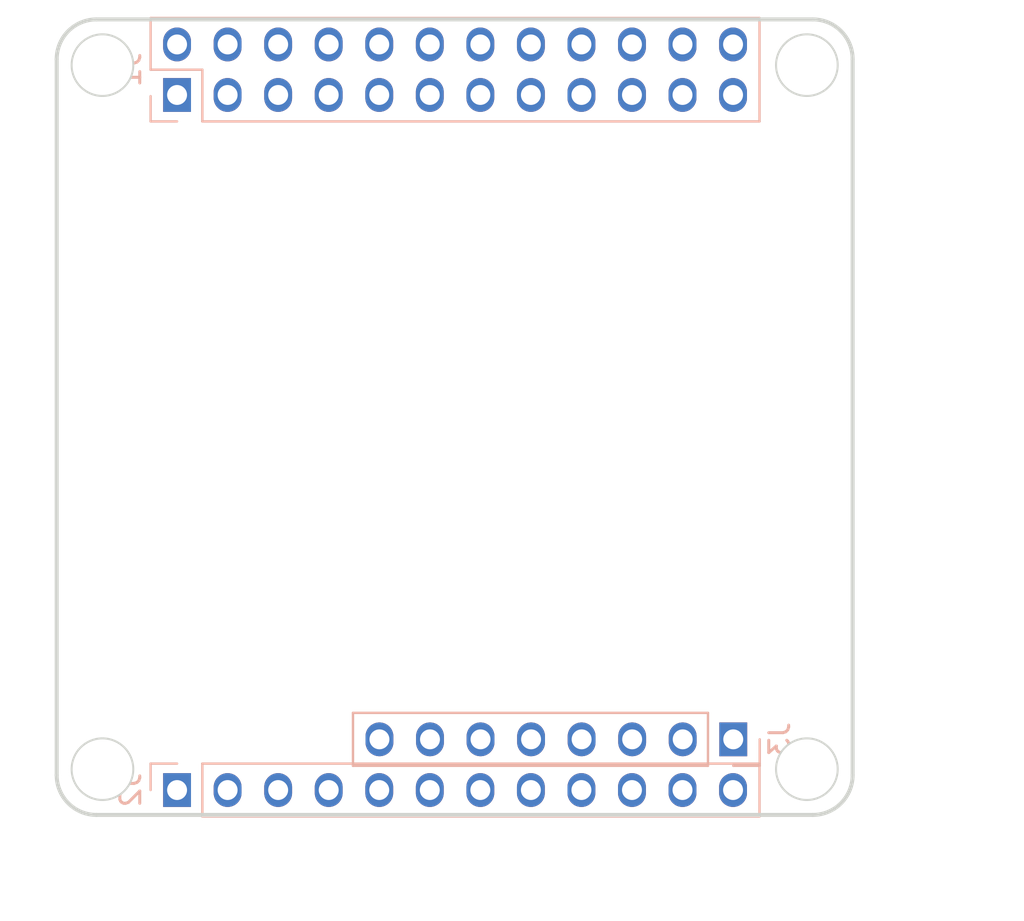
<source format=kicad_pcb>
(kicad_pcb (version 20171130) (host pcbnew "(5.0.2)-1")

  (general
    (thickness 1.6)
    (drawings 14)
    (tracks 0)
    (zones 0)
    (modules 7)
    (nets 36)
  )

  (page A4)
  (layers
    (0 F.Cu signal)
    (31 B.Cu signal)
    (32 B.Adhes user)
    (33 F.Adhes user)
    (34 B.Paste user)
    (35 F.Paste user)
    (36 B.SilkS user)
    (37 F.SilkS user)
    (38 B.Mask user)
    (39 F.Mask user)
    (40 Dwgs.User user)
    (41 Cmts.User user)
    (42 Eco1.User user)
    (43 Eco2.User user)
    (44 Edge.Cuts user)
    (45 Margin user)
    (46 B.CrtYd user)
    (47 F.CrtYd user)
    (48 B.Fab user)
    (49 F.Fab user)
  )

  (setup
    (last_trace_width 0.25)
    (trace_clearance 0.2)
    (zone_clearance 0.508)
    (zone_45_only no)
    (trace_min 0.2)
    (segment_width 0.2)
    (edge_width 0.15)
    (via_size 0.8)
    (via_drill 0.4)
    (via_min_size 0.4)
    (via_min_drill 0.3)
    (uvia_size 0.3)
    (uvia_drill 0.1)
    (uvias_allowed no)
    (uvia_min_size 0.2)
    (uvia_min_drill 0.1)
    (pcb_text_width 0.3)
    (pcb_text_size 1.5 1.5)
    (mod_edge_width 0.15)
    (mod_text_size 1 1)
    (mod_text_width 0.15)
    (pad_size 1.7 1.4)
    (pad_drill 1)
    (pad_to_mask_clearance 0.051)
    (solder_mask_min_width 0.25)
    (aux_axis_origin 124 119)
    (grid_origin 124 119)
    (visible_elements 7FFFFFFF)
    (pcbplotparams
      (layerselection 0x010fc_ffffffff)
      (usegerberextensions false)
      (usegerberattributes false)
      (usegerberadvancedattributes false)
      (creategerberjobfile false)
      (excludeedgelayer true)
      (linewidth 0.100000)
      (plotframeref false)
      (viasonmask false)
      (mode 1)
      (useauxorigin false)
      (hpglpennumber 1)
      (hpglpenspeed 20)
      (hpglpendiameter 15.000000)
      (psnegative false)
      (psa4output false)
      (plotreference true)
      (plotvalue true)
      (plotinvisibletext false)
      (padsonsilk false)
      (subtractmaskfromsilk false)
      (outputformat 1)
      (mirror false)
      (drillshape 1)
      (scaleselection 1)
      (outputdirectory ""))
  )

  (net 0 "")
  (net 1 /CS0)
  (net 2 /CLK0)
  (net 3 /RX2)
  (net 4 /MISO0)
  (net 5 GND)
  (net 6 /MOSI0)
  (net 7 /CTS1)
  (net 8 +3V3)
  (net 9 /RTS1)
  (net 10 /CTS2)
  (net 11 /RTS2)
  (net 12 /PA6)
  (net 13 /TX2)
  (net 14 /RX1)
  (net 15 /TX1)
  (net 16 /PG11)
  (net 17 /SCL)
  (net 18 +5V)
  (net 19 /SDA)
  (net 20 /I2S_DIN)
  (net 21 /I2S_DOUT)
  (net 22 /I2S_BCK)
  (net 23 /I2S_LRCK)
  (net 24 /PA17-SPDIF)
  (net 25 /PL11-IR)
  (net 26 /D2-)
  (net 27 /D2+)
  (net 28 /D1-)
  (net 29 /D1+)
  (net 30 /MP)
  (net 31 /MN)
  (net 32 /LR)
  (net 33 /LL)
  (net 34 /RX0)
  (net 35 /TX0)

  (net_class Default "This is the default net class."
    (clearance 0.2)
    (trace_width 0.25)
    (via_dia 0.8)
    (via_drill 0.4)
    (uvia_dia 0.3)
    (uvia_drill 0.1)
    (add_net +3V3)
    (add_net +5V)
    (add_net /CLK0)
    (add_net /CS0)
    (add_net /CTS1)
    (add_net /CTS2)
    (add_net /D1+)
    (add_net /D1-)
    (add_net /D2+)
    (add_net /D2-)
    (add_net /I2S_BCK)
    (add_net /I2S_DIN)
    (add_net /I2S_DOUT)
    (add_net /I2S_LRCK)
    (add_net /LL)
    (add_net /LR)
    (add_net /MISO0)
    (add_net /MN)
    (add_net /MOSI0)
    (add_net /MP)
    (add_net /PA17-SPDIF)
    (add_net /PA6)
    (add_net /PG11)
    (add_net /PL11-IR)
    (add_net /RTS1)
    (add_net /RTS2)
    (add_net /RX0)
    (add_net /RX1)
    (add_net /RX2)
    (add_net /SCL)
    (add_net /SDA)
    (add_net /TX0)
    (add_net /TX1)
    (add_net /TX2)
    (add_net GND)
  )

  (module Socket_Strips:Socket_Strip_Straight_2x12_Pitch2.54mm (layer B.Cu) (tedit 5C639E83) (tstamp 5C651991)
    (at 130.05 82.8 270)
    (descr "Through hole straight socket strip, 2x12, 2.54mm pitch, double rows")
    (tags "Through hole socket strip THT 2x12 2.54mm double row")
    (path /5C639A40)
    (fp_text reference J1 (at -1.27 2.33 270) (layer B.SilkS)
      (effects (font (size 1 1) (thickness 0.15)) (justify mirror))
    )
    (fp_text value GPIO (at -1.27 -30.27 270) (layer B.Fab)
      (effects (font (size 1 1) (thickness 0.15)) (justify mirror))
    )
    (fp_text user %R (at -1.27 2.33 270) (layer B.Fab)
      (effects (font (size 1 1) (thickness 0.15)) (justify mirror))
    )
    (fp_line (start 1.8 1.8) (end -4.35 1.8) (layer B.CrtYd) (width 0.05))
    (fp_line (start 1.8 -29.75) (end 1.8 1.8) (layer B.CrtYd) (width 0.05))
    (fp_line (start -4.35 -29.75) (end 1.8 -29.75) (layer B.CrtYd) (width 0.05))
    (fp_line (start -4.35 1.8) (end -4.35 -29.75) (layer B.CrtYd) (width 0.05))
    (fp_line (start 1.33 1.33) (end 0.06 1.33) (layer B.SilkS) (width 0.12))
    (fp_line (start 1.33 0) (end 1.33 1.33) (layer B.SilkS) (width 0.12))
    (fp_line (start -1.27 -1.27) (end 1.33 -1.27) (layer B.SilkS) (width 0.12))
    (fp_line (start -1.27 1.33) (end -1.27 -1.27) (layer B.SilkS) (width 0.12))
    (fp_line (start -3.87 1.33) (end -1.27 1.33) (layer B.SilkS) (width 0.12))
    (fp_line (start -3.87 -29.27) (end -3.87 1.33) (layer B.SilkS) (width 0.12))
    (fp_line (start 1.33 -29.27) (end -3.87 -29.27) (layer B.SilkS) (width 0.12))
    (fp_line (start 1.33 -1.27) (end 1.33 -29.27) (layer B.SilkS) (width 0.12))
    (fp_line (start 1.27 1.27) (end -3.81 1.27) (layer B.Fab) (width 0.1))
    (fp_line (start 1.27 -29.21) (end 1.27 1.27) (layer B.Fab) (width 0.1))
    (fp_line (start -3.81 -29.21) (end 1.27 -29.21) (layer B.Fab) (width 0.1))
    (fp_line (start -3.81 1.27) (end -3.81 -29.21) (layer B.Fab) (width 0.1))
    (pad 24 thru_hole oval (at -2.54 -27.94 270) (size 1.7 1.4) (drill 1) (layers *.Cu *.Mask)
      (net 1 /CS0))
    (pad 23 thru_hole oval (at 0 -27.94 270) (size 1.7 1.4) (drill 1) (layers *.Cu *.Mask)
      (net 2 /CLK0))
    (pad 22 thru_hole oval (at -2.54 -25.4 270) (size 1.7 1.4) (drill 1) (layers *.Cu *.Mask)
      (net 3 /RX2))
    (pad 21 thru_hole oval (at 0 -25.4 270) (size 1.7 1.4) (drill 1) (layers *.Cu *.Mask)
      (net 4 /MISO0))
    (pad 20 thru_hole oval (at -2.54 -22.86 270) (size 1.7 1.4) (drill 1) (layers *.Cu *.Mask)
      (net 5 GND))
    (pad 19 thru_hole oval (at 0 -22.86 270) (size 1.7 1.4) (drill 1) (layers *.Cu *.Mask)
      (net 6 /MOSI0))
    (pad 18 thru_hole oval (at -2.54 -20.32 270) (size 1.7 1.4) (drill 1) (layers *.Cu *.Mask)
      (net 7 /CTS1))
    (pad 17 thru_hole oval (at 0 -20.32 270) (size 1.7 1.4) (drill 1) (layers *.Cu *.Mask)
      (net 8 +3V3))
    (pad 16 thru_hole oval (at -2.54 -17.78 270) (size 1.7 1.4) (drill 1) (layers *.Cu *.Mask)
      (net 9 /RTS1))
    (pad 15 thru_hole oval (at 0 -17.78 270) (size 1.7 1.4) (drill 1) (layers *.Cu *.Mask)
      (net 10 /CTS2))
    (pad 14 thru_hole oval (at -2.54 -15.24 270) (size 1.7 1.4) (drill 1) (layers *.Cu *.Mask)
      (net 5 GND))
    (pad 13 thru_hole oval (at 0 -15.24 270) (size 1.7 1.4) (drill 1) (layers *.Cu *.Mask)
      (net 11 /RTS2))
    (pad 12 thru_hole oval (at -2.54 -12.7 270) (size 1.7 1.4) (drill 1) (layers *.Cu *.Mask)
      (net 12 /PA6))
    (pad 11 thru_hole oval (at 0 -12.7 270) (size 1.7 1.4) (drill 1) (layers *.Cu *.Mask)
      (net 13 /TX2))
    (pad 10 thru_hole oval (at -2.54 -10.16 270) (size 1.7 1.4) (drill 1) (layers *.Cu *.Mask)
      (net 14 /RX1))
    (pad 9 thru_hole oval (at 0 -10.16 270) (size 1.7 1.4) (drill 1) (layers *.Cu *.Mask)
      (net 5 GND))
    (pad 8 thru_hole oval (at -2.54 -7.62 270) (size 1.7 1.4) (drill 1) (layers *.Cu *.Mask)
      (net 15 /TX1))
    (pad 7 thru_hole oval (at 0 -7.62 270) (size 1.7 1.4) (drill 1) (layers *.Cu *.Mask)
      (net 16 /PG11))
    (pad 6 thru_hole oval (at -2.54 -5.08 270) (size 1.7 1.4) (drill 1) (layers *.Cu *.Mask)
      (net 5 GND))
    (pad 5 thru_hole oval (at 0 -5.08 270) (size 1.7 1.4) (drill 1) (layers *.Cu *.Mask)
      (net 17 /SCL))
    (pad 4 thru_hole oval (at -2.54 -2.54 270) (size 1.7 1.4) (drill 1) (layers *.Cu *.Mask)
      (net 18 +5V))
    (pad 3 thru_hole oval (at 0 -2.54 270) (size 1.7 1.4) (drill 1) (layers *.Cu *.Mask)
      (net 19 /SDA))
    (pad 2 thru_hole oval (at -2.54 0 270) (size 1.7 1.4) (drill 1) (layers *.Cu *.Mask)
      (net 18 +5V))
    (pad 1 thru_hole rect (at 0 0 270) (size 1.7 1.4) (drill 1) (layers *.Cu *.Mask)
      (net 8 +3V3))
    (model ${KISYS3DMOD}/Socket_Strips.3dshapes/Socket_Strip_Straight_2x12_Pitch2.54mm.wrl
      (offset (xyz -1.269999980926514 -13.96999979019165 0))
      (scale (xyz 1 1 1))
      (rotate (xyz 0 0 270))
    )
  )

  (module Socket_Strips:Socket_Strip_Straight_1x12_Pitch2.54mm (layer B.Cu) (tedit 5C639E74) (tstamp 5C6552E6)
    (at 130.05 117.75 270)
    (descr "Through hole straight socket strip, 1x12, 2.54mm pitch, single row")
    (tags "Through hole socket strip THT 1x12 2.54mm single row")
    (path /5C639ADD)
    (fp_text reference J2 (at 0 2.33 270) (layer B.SilkS)
      (effects (font (size 1 1) (thickness 0.15)) (justify mirror))
    )
    (fp_text value USB-Audio-IR (at -4.9 -24.45) (layer B.Fab)
      (effects (font (size 1 1) (thickness 0.15)) (justify mirror))
    )
    (fp_text user %R (at 0 2.33 270) (layer B.Fab)
      (effects (font (size 1 1) (thickness 0.15)) (justify mirror))
    )
    (fp_line (start 1.8 1.8) (end -1.8 1.8) (layer B.CrtYd) (width 0.05))
    (fp_line (start 1.8 -29.75) (end 1.8 1.8) (layer B.CrtYd) (width 0.05))
    (fp_line (start -1.8 -29.75) (end 1.8 -29.75) (layer B.CrtYd) (width 0.05))
    (fp_line (start -1.8 1.8) (end -1.8 -29.75) (layer B.CrtYd) (width 0.05))
    (fp_line (start -1.33 1.33) (end 0 1.33) (layer B.SilkS) (width 0.12))
    (fp_line (start -1.33 0) (end -1.33 1.33) (layer B.SilkS) (width 0.12))
    (fp_line (start 1.33 -1.27) (end -1.33 -1.27) (layer B.SilkS) (width 0.12))
    (fp_line (start 1.33 -29.27) (end 1.33 -1.27) (layer B.SilkS) (width 0.12))
    (fp_line (start -1.33 -29.27) (end 1.33 -29.27) (layer B.SilkS) (width 0.12))
    (fp_line (start -1.33 -1.27) (end -1.33 -29.27) (layer B.SilkS) (width 0.12))
    (fp_line (start 1.27 1.27) (end -1.27 1.27) (layer B.Fab) (width 0.1))
    (fp_line (start 1.27 -29.21) (end 1.27 1.27) (layer B.Fab) (width 0.1))
    (fp_line (start -1.27 -29.21) (end 1.27 -29.21) (layer B.Fab) (width 0.1))
    (fp_line (start -1.27 1.27) (end -1.27 -29.21) (layer B.Fab) (width 0.1))
    (pad 12 thru_hole oval (at 0 -27.94 270) (size 1.7 1.4) (drill 1) (layers *.Cu *.Mask)
      (net 5 GND))
    (pad 11 thru_hole oval (at 0 -25.4 270) (size 1.7 1.4) (drill 1) (layers *.Cu *.Mask)
      (net 20 /I2S_DIN))
    (pad 10 thru_hole oval (at 0 -22.86 270) (size 1.7 1.4) (drill 1) (layers *.Cu *.Mask)
      (net 21 /I2S_DOUT))
    (pad 9 thru_hole oval (at 0 -20.32 270) (size 1.7 1.4) (drill 1) (layers *.Cu *.Mask)
      (net 22 /I2S_BCK))
    (pad 8 thru_hole oval (at 0 -17.78 270) (size 1.7 1.4) (drill 1) (layers *.Cu *.Mask)
      (net 23 /I2S_LRCK))
    (pad 7 thru_hole oval (at 0 -15.24 270) (size 1.7 1.4) (drill 1) (layers *.Cu *.Mask)
      (net 24 /PA17-SPDIF))
    (pad 6 thru_hole oval (at 0 -12.7 270) (size 1.7 1.4) (drill 1) (layers *.Cu *.Mask)
      (net 25 /PL11-IR))
    (pad 5 thru_hole oval (at 0 -10.16 270) (size 1.7 1.4) (drill 1) (layers *.Cu *.Mask)
      (net 26 /D2-))
    (pad 4 thru_hole oval (at 0 -7.62 270) (size 1.7 1.4) (drill 1) (layers *.Cu *.Mask)
      (net 27 /D2+))
    (pad 3 thru_hole oval (at 0 -5.08 270) (size 1.7 1.4) (drill 1) (layers *.Cu *.Mask)
      (net 28 /D1-))
    (pad 2 thru_hole oval (at 0 -2.54 270) (size 1.7 1.4) (drill 1) (layers *.Cu *.Mask)
      (net 29 /D1+))
    (pad 1 thru_hole rect (at 0 0 270) (size 1.7 1.4) (drill 1) (layers *.Cu *.Mask)
      (net 18 +5V))
    (model ${KISYS3DMOD}/Socket_Strips.3dshapes/Socket_Strip_Straight_1x12_Pitch2.54mm.wrl
      (offset (xyz 0 -13.96999979019165 0))
      (scale (xyz 1 1 1))
      (rotate (xyz 0 0 270))
    )
  )

  (module Socket_Strips:Socket_Strip_Straight_1x08_Pitch2.54mm (layer B.Cu) (tedit 5C639E7B) (tstamp 5C658EB5)
    (at 158 115.2 90)
    (descr "Through hole straight socket strip, 1x08, 2.54mm pitch, single row")
    (tags "Through hole socket strip THT 1x08 2.54mm single row")
    (path /5C639D5C)
    (fp_text reference J3 (at 0 2.33 90) (layer B.SilkS)
      (effects (font (size 1 1) (thickness 0.15)) (justify mirror))
    )
    (fp_text value Audio-UART (at 3.7 -2.7 180) (layer B.Fab)
      (effects (font (size 1 1) (thickness 0.15)) (justify mirror))
    )
    (fp_text user %R (at 0 2.33 90) (layer B.Fab)
      (effects (font (size 1 1) (thickness 0.15)) (justify mirror))
    )
    (fp_line (start 1.8 1.8) (end -1.8 1.8) (layer B.CrtYd) (width 0.05))
    (fp_line (start 1.8 -19.55) (end 1.8 1.8) (layer B.CrtYd) (width 0.05))
    (fp_line (start -1.8 -19.55) (end 1.8 -19.55) (layer B.CrtYd) (width 0.05))
    (fp_line (start -1.8 1.8) (end -1.8 -19.55) (layer B.CrtYd) (width 0.05))
    (fp_line (start -1.33 1.33) (end 0 1.33) (layer B.SilkS) (width 0.12))
    (fp_line (start -1.33 0) (end -1.33 1.33) (layer B.SilkS) (width 0.12))
    (fp_line (start 1.33 -1.27) (end -1.33 -1.27) (layer B.SilkS) (width 0.12))
    (fp_line (start 1.33 -19.11) (end 1.33 -1.27) (layer B.SilkS) (width 0.12))
    (fp_line (start -1.33 -19.11) (end 1.33 -19.11) (layer B.SilkS) (width 0.12))
    (fp_line (start -1.33 -1.27) (end -1.33 -19.11) (layer B.SilkS) (width 0.12))
    (fp_line (start 1.27 1.27) (end -1.27 1.27) (layer B.Fab) (width 0.1))
    (fp_line (start 1.27 -19.05) (end 1.27 1.27) (layer B.Fab) (width 0.1))
    (fp_line (start -1.27 -19.05) (end 1.27 -19.05) (layer B.Fab) (width 0.1))
    (fp_line (start -1.27 1.27) (end -1.27 -19.05) (layer B.Fab) (width 0.1))
    (pad 8 thru_hole oval (at 0 -17.78 90) (size 1.7 1.4) (drill 1) (layers *.Cu *.Mask)
      (net 30 /MP))
    (pad 7 thru_hole oval (at 0 -15.24 90) (size 1.7 1.4) (drill 1) (layers *.Cu *.Mask)
      (net 31 /MN))
    (pad 6 thru_hole oval (at 0 -12.7 90) (size 1.7 1.4) (drill 1) (layers *.Cu *.Mask)
      (net 32 /LR))
    (pad 5 thru_hole oval (at 0 -10.16 90) (size 1.7 1.4) (drill 1) (layers *.Cu *.Mask)
      (net 33 /LL))
    (pad 4 thru_hole oval (at 0 -7.62 90) (size 1.7 1.4) (drill 1) (layers *.Cu *.Mask)
      (net 34 /RX0))
    (pad 3 thru_hole oval (at 0 -5.08 90) (size 1.7 1.4) (drill 1) (layers *.Cu *.Mask)
      (net 35 /TX0))
    (pad 2 thru_hole oval (at 0 -2.54 90) (size 1.7 1.4) (drill 1) (layers *.Cu *.Mask)
      (net 18 +5V))
    (pad 1 thru_hole rect (at 0 0 90) (size 1.7 1.4) (drill 1) (layers *.Cu *.Mask)
      (net 5 GND))
    (model ${KISYS3DMOD}/Socket_Strips.3dshapes/Socket_Strip_Straight_1x08_Pitch2.54mm.wrl
      (offset (xyz 0 -8.889999866485596 0))
      (scale (xyz 1 1 1))
      (rotate (xyz 0 0 270))
    )
  )

  (module Mounting_Holes:MountingHole_3mm (layer F.Cu) (tedit 5C63A165) (tstamp 5C65DF0F)
    (at 126.3 116.7)
    (descr "Mounting Hole 3mm, no annular")
    (tags "mounting hole 3mm no annular")
    (path /5C639F41)
    (solder_mask_margin 1)
    (attr virtual)
    (fp_text reference H1 (at 0 -4) (layer F.SilkS) hide
      (effects (font (size 1 1) (thickness 0.15)))
    )
    (fp_text value MountingHole (at 0 4) (layer F.Fab)
      (effects (font (size 1 1) (thickness 0.15)))
    )
    (fp_circle (center 0 0) (end 3.25 0) (layer F.CrtYd) (width 0.05))
    (fp_circle (center 0 0) (end 3 0) (layer Cmts.User) (width 0.15))
    (fp_text user %R (at 0.3 0) (layer F.Fab)
      (effects (font (size 1 1) (thickness 0.15)))
    )
    (pad 1 np_thru_hole circle (at 0 0) (size 3 3) (drill 3) (layers *.Cu *.Mask))
  )

  (module Mounting_Holes:MountingHole_3mm (layer F.Cu) (tedit 5C63A16B) (tstamp 5C65DF17)
    (at 161.7 116.7)
    (descr "Mounting Hole 3mm, no annular")
    (tags "mounting hole 3mm no annular")
    (path /5C639F7D)
    (solder_mask_margin 1)
    (attr virtual)
    (fp_text reference H2 (at 0 -4) (layer F.SilkS) hide
      (effects (font (size 1 1) (thickness 0.15)))
    )
    (fp_text value MountingHole (at 0 4) (layer F.Fab)
      (effects (font (size 1 1) (thickness 0.15)))
    )
    (fp_text user %R (at 0.3 0) (layer F.Fab)
      (effects (font (size 1 1) (thickness 0.15)))
    )
    (fp_circle (center 0 0) (end 3 0) (layer Cmts.User) (width 0.15))
    (fp_circle (center 0 0) (end 3.25 0) (layer F.CrtYd) (width 0.05))
    (pad 1 np_thru_hole circle (at 0 0) (size 3 3) (drill 3) (layers *.Cu *.Mask))
  )

  (module Mounting_Holes:MountingHole_3mm (layer F.Cu) (tedit 5C63A15C) (tstamp 5C65DF1F)
    (at 161.7 81.3)
    (descr "Mounting Hole 3mm, no annular")
    (tags "mounting hole 3mm no annular")
    (path /5C639FB1)
    (solder_mask_margin 1)
    (attr virtual)
    (fp_text reference H3 (at 0 -4) (layer F.SilkS) hide
      (effects (font (size 1 1) (thickness 0.15)))
    )
    (fp_text value MountingHole (at 0 4) (layer F.Fab)
      (effects (font (size 1 1) (thickness 0.15)))
    )
    (fp_circle (center 0 0) (end 3.25 0) (layer F.CrtYd) (width 0.05))
    (fp_circle (center 0 0) (end 3 0) (layer Cmts.User) (width 0.15))
    (fp_text user %R (at 0.3 0) (layer F.Fab)
      (effects (font (size 1 1) (thickness 0.15)))
    )
    (pad 1 np_thru_hole circle (at 0 0) (size 3 3) (drill 3) (layers *.Cu *.Mask))
  )

  (module Mounting_Holes:MountingHole_3mm (layer F.Cu) (tedit 5C63A154) (tstamp 5C65DF27)
    (at 126.3 81.3)
    (descr "Mounting Hole 3mm, no annular")
    (tags "mounting hole 3mm no annular")
    (path /5C639FE5)
    (solder_mask_margin 1)
    (attr virtual)
    (fp_text reference H4 (at 0 -4) (layer F.SilkS) hide
      (effects (font (size 1 1) (thickness 0.15)))
    )
    (fp_text value MountingHole (at 0 4) (layer F.Fab)
      (effects (font (size 1 1) (thickness 0.15)))
    )
    (fp_text user %R (at 0.3 0) (layer F.Fab)
      (effects (font (size 1 1) (thickness 0.15)))
    )
    (fp_circle (center 0 0) (end 3 0) (layer Cmts.User) (width 0.15))
    (fp_circle (center 0 0) (end 3.25 0) (layer F.CrtYd) (width 0.05))
    (pad 1 np_thru_hole circle (at 0 0) (size 3 3) (drill 3) (layers *.Cu *.Mask))
  )

  (dimension 35.4 (width 0.3) (layer Dwgs.User)
    (gr_text "35.400 mm" (at 170.7 99 90) (layer Dwgs.User)
      (effects (font (size 1.5 1.5) (thickness 0.3)))
    )
    (feature1 (pts (xy 161.7 81.3) (xy 169.186421 81.3)))
    (feature2 (pts (xy 161.7 116.7) (xy 169.186421 116.7)))
    (crossbar (pts (xy 168.6 116.7) (xy 168.6 81.3)))
    (arrow1a (pts (xy 168.6 81.3) (xy 169.186421 82.426504)))
    (arrow1b (pts (xy 168.6 81.3) (xy 168.013579 82.426504)))
    (arrow2a (pts (xy 168.6 116.7) (xy 169.186421 115.573496)))
    (arrow2b (pts (xy 168.6 116.7) (xy 168.013579 115.573496)))
  )
  (dimension 35.4 (width 0.3) (layer Dwgs.User)
    (gr_text "35.400 mm" (at 144 125.7) (layer Dwgs.User)
      (effects (font (size 1.5 1.5) (thickness 0.3)))
    )
    (feature1 (pts (xy 161.7 116.7) (xy 161.7 124.186421)))
    (feature2 (pts (xy 126.3 116.7) (xy 126.3 124.186421)))
    (crossbar (pts (xy 126.3 123.6) (xy 161.7 123.6)))
    (arrow1a (pts (xy 161.7 123.6) (xy 160.573496 124.186421)))
    (arrow1b (pts (xy 161.7 123.6) (xy 160.573496 123.013579)))
    (arrow2a (pts (xy 126.3 123.6) (xy 127.426504 124.186421)))
    (arrow2b (pts (xy 126.3 123.6) (xy 127.426504 123.013579)))
  )
  (gr_circle (center 161.7 81.3) (end 163.2 81.3) (layer Edge.Cuts) (width 0.2))
  (gr_line (start 126 79) (end 162 79) (layer Edge.Cuts) (width 0.2))
  (gr_line (start 162 119) (end 126 119) (layer Edge.Cuts) (width 0.2))
  (gr_circle (center 126.3 81.3) (end 127.8 81.3) (layer Edge.Cuts) (width 0.2))
  (gr_arc (start 162 81) (end 164 81) (angle -90) (layer Edge.Cuts) (width 0.2))
  (gr_line (start 164 81) (end 164 117) (layer Edge.Cuts) (width 0.2))
  (gr_arc (start 126 81) (end 126 79) (angle -90) (layer Edge.Cuts) (width 0.2))
  (gr_line (start 124 117) (end 124 81) (layer Edge.Cuts) (width 0.2))
  (gr_arc (start 126 117) (end 124 117) (angle -90) (layer Edge.Cuts) (width 0.2))
  (gr_circle (center 126.3 116.7) (end 127.8 116.7) (layer Edge.Cuts) (width 0.2))
  (gr_circle (center 161.7 116.7) (end 163.2 116.7) (layer Edge.Cuts) (width 0.2))
  (gr_arc (start 162 117) (end 162 119) (angle -90) (layer Edge.Cuts) (width 0.2))

)

</source>
